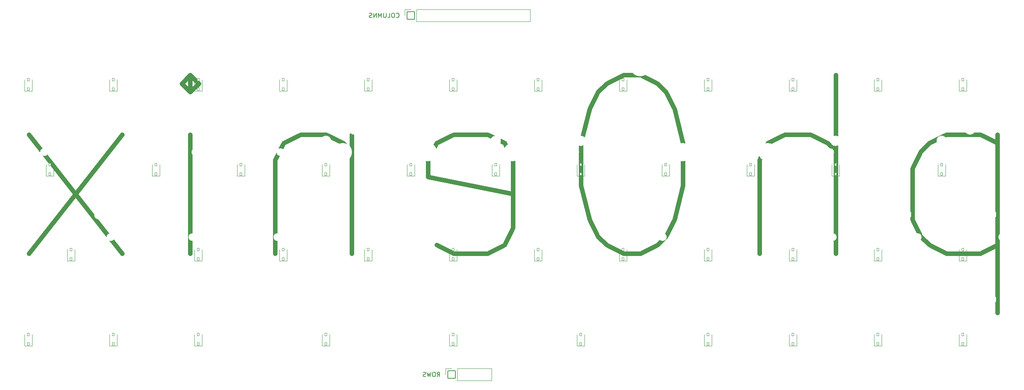
<source format=gbo>
G04 #@! TF.GenerationSoftware,KiCad,Pcbnew,(6.0.2-0)*
G04 #@! TF.CreationDate,2022-03-17T22:57:48+11:00*
G04 #@! TF.ProjectId,keyboard,6b657962-6f61-4726-942e-6b696361645f,rev?*
G04 #@! TF.SameCoordinates,Original*
G04 #@! TF.FileFunction,Legend,Bot*
G04 #@! TF.FilePolarity,Positive*
%FSLAX46Y46*%
G04 Gerber Fmt 4.6, Leading zero omitted, Abs format (unit mm)*
G04 Created by KiCad (PCBNEW (6.0.2-0)) date 2022-03-17 22:57:48*
%MOMM*%
%LPD*%
G01*
G04 APERTURE LIST*
G04 Aperture macros list*
%AMRoundRect*
0 Rectangle with rounded corners*
0 $1 Rounding radius*
0 $2 $3 $4 $5 $6 $7 $8 $9 X,Y pos of 4 corners*
0 Add a 4 corners polygon primitive as box body*
4,1,4,$2,$3,$4,$5,$6,$7,$8,$9,$2,$3,0*
0 Add four circle primitives for the rounded corners*
1,1,$1+$1,$2,$3*
1,1,$1+$1,$4,$5*
1,1,$1+$1,$6,$7*
1,1,$1+$1,$8,$9*
0 Add four rect primitives between the rounded corners*
20,1,$1+$1,$2,$3,$4,$5,0*
20,1,$1+$1,$4,$5,$6,$7,0*
20,1,$1+$1,$6,$7,$8,$9,0*
20,1,$1+$1,$8,$9,$2,$3,0*%
G04 Aperture macros list end*
%ADD10C,1.000000*%
%ADD11C,0.150000*%
%ADD12C,0.120000*%
%ADD13C,1.802000*%
%ADD14C,4.102000*%
%ADD15C,2.302000*%
%ADD16C,3.302000*%
%ADD17C,3.152000*%
%ADD18RoundRect,0.051000X0.225000X-0.300000X0.225000X0.300000X-0.225000X0.300000X-0.225000X-0.300000X0*%
%ADD19RoundRect,0.051000X-0.850000X0.850000X-0.850000X-0.850000X0.850000X-0.850000X0.850000X0.850000X0*%
%ADD20O,1.802000X1.802000*%
G04 APERTURE END LIST*
D10*
X320788666Y-140018571D02*
X320788666Y-180018571D01*
X320788666Y-141923333D02*
X316979142Y-140018571D01*
X309360095Y-140018571D01*
X305550571Y-141923333D01*
X303645809Y-143828095D01*
X301741047Y-147637619D01*
X301741047Y-159066190D01*
X303645809Y-162875714D01*
X305550571Y-164780476D01*
X309360095Y-166685238D01*
X316979142Y-166685238D01*
X320788666Y-164780476D01*
X284598190Y-166685238D02*
X284598190Y-126685238D01*
X267455333Y-166685238D02*
X267455333Y-145732857D01*
X269360095Y-141923333D01*
X273169619Y-140018571D01*
X278883904Y-140018571D01*
X282693428Y-141923333D01*
X284598190Y-143828095D01*
X240788666Y-126685238D02*
X236979142Y-126685238D01*
X233169619Y-128590000D01*
X231264857Y-130494761D01*
X229360095Y-134304285D01*
X227455333Y-141923333D01*
X227455333Y-151447142D01*
X229360095Y-159066190D01*
X231264857Y-162875714D01*
X233169619Y-164780476D01*
X236979142Y-166685238D01*
X240788666Y-166685238D01*
X244598190Y-164780476D01*
X246502952Y-162875714D01*
X248407714Y-159066190D01*
X250312476Y-151447142D01*
X250312476Y-141923333D01*
X248407714Y-134304285D01*
X246502952Y-130494761D01*
X244598190Y-128590000D01*
X240788666Y-126685238D01*
X195074380Y-164780476D02*
X198883904Y-166685238D01*
X206502952Y-166685238D01*
X210312476Y-164780476D01*
X212217238Y-160970952D01*
X212217238Y-145732857D01*
X210312476Y-141923333D01*
X206502952Y-140018571D01*
X198883904Y-140018571D01*
X195074380Y-141923333D01*
X193169619Y-145732857D01*
X193169619Y-149542380D01*
X212217238Y-153351904D01*
X176026761Y-140018571D02*
X176026761Y-166685238D01*
X176026761Y-143828095D02*
X174122000Y-141923333D01*
X170312476Y-140018571D01*
X164598190Y-140018571D01*
X160788666Y-141923333D01*
X158883904Y-145732857D01*
X158883904Y-166685238D01*
X139836285Y-166685238D02*
X139836285Y-140018571D01*
X139836285Y-126685238D02*
X141741047Y-128590000D01*
X139836285Y-130494761D01*
X137931523Y-128590000D01*
X139836285Y-126685238D01*
X139836285Y-130494761D01*
X124598190Y-166685238D02*
X103645809Y-140018571D01*
X124598190Y-140018571D02*
X103645809Y-166685238D01*
D11*
X195146976Y-194254380D02*
X195480309Y-193778190D01*
X195718404Y-194254380D02*
X195718404Y-193254380D01*
X195337452Y-193254380D01*
X195242214Y-193302000D01*
X195194595Y-193349619D01*
X195146976Y-193444857D01*
X195146976Y-193587714D01*
X195194595Y-193682952D01*
X195242214Y-193730571D01*
X195337452Y-193778190D01*
X195718404Y-193778190D01*
X194527928Y-193254380D02*
X194337452Y-193254380D01*
X194242214Y-193302000D01*
X194146976Y-193397238D01*
X194099357Y-193587714D01*
X194099357Y-193921047D01*
X194146976Y-194111523D01*
X194242214Y-194206761D01*
X194337452Y-194254380D01*
X194527928Y-194254380D01*
X194623166Y-194206761D01*
X194718404Y-194111523D01*
X194766023Y-193921047D01*
X194766023Y-193587714D01*
X194718404Y-193397238D01*
X194623166Y-193302000D01*
X194527928Y-193254380D01*
X193766023Y-193254380D02*
X193527928Y-194254380D01*
X193337452Y-193540095D01*
X193146976Y-194254380D01*
X192908880Y-193254380D01*
X192575547Y-194206761D02*
X192432690Y-194254380D01*
X192194595Y-194254380D01*
X192099357Y-194206761D01*
X192051738Y-194159142D01*
X192004119Y-194063904D01*
X192004119Y-193968666D01*
X192051738Y-193873428D01*
X192099357Y-193825809D01*
X192194595Y-193778190D01*
X192385071Y-193730571D01*
X192480309Y-193682952D01*
X192527928Y-193635333D01*
X192575547Y-193540095D01*
X192575547Y-193444857D01*
X192527928Y-193349619D01*
X192480309Y-193302000D01*
X192385071Y-193254380D01*
X192146976Y-193254380D01*
X192004119Y-193302000D01*
X185992976Y-113641142D02*
X186040595Y-113688761D01*
X186183452Y-113736380D01*
X186278690Y-113736380D01*
X186421547Y-113688761D01*
X186516785Y-113593523D01*
X186564404Y-113498285D01*
X186612023Y-113307809D01*
X186612023Y-113164952D01*
X186564404Y-112974476D01*
X186516785Y-112879238D01*
X186421547Y-112784000D01*
X186278690Y-112736380D01*
X186183452Y-112736380D01*
X186040595Y-112784000D01*
X185992976Y-112831619D01*
X185373928Y-112736380D02*
X185183452Y-112736380D01*
X185088214Y-112784000D01*
X184992976Y-112879238D01*
X184945357Y-113069714D01*
X184945357Y-113403047D01*
X184992976Y-113593523D01*
X185088214Y-113688761D01*
X185183452Y-113736380D01*
X185373928Y-113736380D01*
X185469166Y-113688761D01*
X185564404Y-113593523D01*
X185612023Y-113403047D01*
X185612023Y-113069714D01*
X185564404Y-112879238D01*
X185469166Y-112784000D01*
X185373928Y-112736380D01*
X184040595Y-113736380D02*
X184516785Y-113736380D01*
X184516785Y-112736380D01*
X183707261Y-112736380D02*
X183707261Y-113545904D01*
X183659642Y-113641142D01*
X183612023Y-113688761D01*
X183516785Y-113736380D01*
X183326309Y-113736380D01*
X183231071Y-113688761D01*
X183183452Y-113641142D01*
X183135833Y-113545904D01*
X183135833Y-112736380D01*
X182659642Y-113736380D02*
X182659642Y-112736380D01*
X182326309Y-113450666D01*
X181992976Y-112736380D01*
X181992976Y-113736380D01*
X181516785Y-113736380D02*
X181516785Y-112736380D01*
X180945357Y-113736380D01*
X180945357Y-112736380D01*
X180516785Y-113688761D02*
X180373928Y-113736380D01*
X180135833Y-113736380D01*
X180040595Y-113688761D01*
X179992976Y-113641142D01*
X179945357Y-113545904D01*
X179945357Y-113450666D01*
X179992976Y-113355428D01*
X180040595Y-113307809D01*
X180135833Y-113260190D01*
X180326309Y-113212571D01*
X180421547Y-113164952D01*
X180469166Y-113117333D01*
X180516785Y-113022095D01*
X180516785Y-112926857D01*
X180469166Y-112831619D01*
X180421547Y-112784000D01*
X180326309Y-112736380D01*
X180088214Y-112736380D01*
X179945357Y-112784000D01*
D12*
X104355000Y-130230000D02*
X104355000Y-127680000D01*
X102655000Y-130230000D02*
X102655000Y-127680000D01*
X104355000Y-130230000D02*
X102655000Y-130230000D01*
X209130000Y-149280000D02*
X207430000Y-149280000D01*
X207430000Y-149280000D02*
X207430000Y-146730000D01*
X209130000Y-149280000D02*
X209130000Y-146730000D01*
X142455000Y-130230000D02*
X140755000Y-130230000D01*
X142455000Y-130230000D02*
X142455000Y-127680000D01*
X140755000Y-130230000D02*
X140755000Y-127680000D01*
X102655000Y-187380000D02*
X102655000Y-184830000D01*
X104355000Y-187380000D02*
X102655000Y-187380000D01*
X104355000Y-187380000D02*
X104355000Y-184830000D01*
X275805000Y-168330000D02*
X274105000Y-168330000D01*
X275805000Y-168330000D02*
X275805000Y-165780000D01*
X274105000Y-168330000D02*
X274105000Y-165780000D01*
X274105000Y-187380000D02*
X274105000Y-184830000D01*
X275805000Y-187380000D02*
X275805000Y-184830000D01*
X275805000Y-187380000D02*
X274105000Y-187380000D01*
X226480000Y-187380000D02*
X226480000Y-184830000D01*
X228180000Y-187380000D02*
X228180000Y-184830000D01*
X228180000Y-187380000D02*
X226480000Y-187380000D01*
X237705000Y-130230000D02*
X236005000Y-130230000D01*
X236005000Y-130230000D02*
X236005000Y-127680000D01*
X237705000Y-130230000D02*
X237705000Y-127680000D01*
X123405000Y-187380000D02*
X123405000Y-184830000D01*
X123405000Y-187380000D02*
X121705000Y-187380000D01*
X121705000Y-187380000D02*
X121705000Y-184830000D01*
X199654000Y-195132000D02*
X207334000Y-195132000D01*
X199654000Y-192472000D02*
X199654000Y-195132000D01*
X197054000Y-192472000D02*
X197054000Y-193802000D01*
X198384000Y-192472000D02*
X197054000Y-192472000D01*
X207334000Y-192472000D02*
X207334000Y-195132000D01*
X199654000Y-192472000D02*
X207334000Y-192472000D01*
X197905000Y-168330000D02*
X197905000Y-165780000D01*
X199605000Y-168330000D02*
X199605000Y-165780000D01*
X199605000Y-168330000D02*
X197905000Y-168330000D01*
X285330000Y-149280000D02*
X285330000Y-146730000D01*
X283630000Y-149280000D02*
X283630000Y-146730000D01*
X285330000Y-149280000D02*
X283630000Y-149280000D01*
X228180000Y-149280000D02*
X226480000Y-149280000D01*
X228180000Y-149280000D02*
X228180000Y-146730000D01*
X226480000Y-149280000D02*
X226480000Y-146730000D01*
X256755000Y-187380000D02*
X256755000Y-184830000D01*
X256755000Y-187380000D02*
X255055000Y-187380000D01*
X255055000Y-187380000D02*
X255055000Y-184830000D01*
X313905000Y-168330000D02*
X312205000Y-168330000D01*
X312205000Y-168330000D02*
X312205000Y-165780000D01*
X313905000Y-168330000D02*
X313905000Y-165780000D01*
X169330000Y-187380000D02*
X169330000Y-184830000D01*
X171030000Y-187380000D02*
X169330000Y-187380000D01*
X171030000Y-187380000D02*
X171030000Y-184830000D01*
X293155000Y-168330000D02*
X293155000Y-165780000D01*
X294855000Y-168330000D02*
X294855000Y-165780000D01*
X294855000Y-168330000D02*
X293155000Y-168330000D01*
X199605000Y-130230000D02*
X197905000Y-130230000D01*
X197905000Y-130230000D02*
X197905000Y-127680000D01*
X199605000Y-130230000D02*
X199605000Y-127680000D01*
X216955000Y-130230000D02*
X216955000Y-127680000D01*
X218655000Y-130230000D02*
X218655000Y-127680000D01*
X218655000Y-130230000D02*
X216955000Y-130230000D01*
X237705000Y-168330000D02*
X237705000Y-165780000D01*
X237705000Y-168330000D02*
X236005000Y-168330000D01*
X236005000Y-168330000D02*
X236005000Y-165780000D01*
X255055000Y-130230000D02*
X255055000Y-127680000D01*
X256755000Y-130230000D02*
X255055000Y-130230000D01*
X256755000Y-130230000D02*
X256755000Y-127680000D01*
X190500000Y-111954000D02*
X215960000Y-111954000D01*
X190500000Y-114614000D02*
X215960000Y-114614000D01*
X189230000Y-111954000D02*
X187900000Y-111954000D01*
X187900000Y-111954000D02*
X187900000Y-113284000D01*
X215960000Y-111954000D02*
X215960000Y-114614000D01*
X190500000Y-111954000D02*
X190500000Y-114614000D01*
X294855000Y-130230000D02*
X294855000Y-127680000D01*
X294855000Y-130230000D02*
X293155000Y-130230000D01*
X293155000Y-130230000D02*
X293155000Y-127680000D01*
X161505000Y-168330000D02*
X161505000Y-165780000D01*
X159805000Y-168330000D02*
X159805000Y-165780000D01*
X161505000Y-168330000D02*
X159805000Y-168330000D01*
X180555000Y-130230000D02*
X180555000Y-127680000D01*
X180555000Y-130230000D02*
X178855000Y-130230000D01*
X178855000Y-130230000D02*
X178855000Y-127680000D01*
X294855000Y-187380000D02*
X293155000Y-187380000D01*
X294855000Y-187380000D02*
X294855000Y-184830000D01*
X293155000Y-187380000D02*
X293155000Y-184830000D01*
X309142500Y-149280000D02*
X307442500Y-149280000D01*
X309142500Y-149280000D02*
X309142500Y-146730000D01*
X307442500Y-149280000D02*
X307442500Y-146730000D01*
X107417500Y-149280000D02*
X107417500Y-146730000D01*
X109117500Y-149280000D02*
X107417500Y-149280000D01*
X109117500Y-149280000D02*
X109117500Y-146730000D01*
X218655000Y-168330000D02*
X216955000Y-168330000D01*
X218655000Y-168330000D02*
X218655000Y-165780000D01*
X216955000Y-168330000D02*
X216955000Y-165780000D01*
X159805000Y-130230000D02*
X159805000Y-127680000D01*
X161505000Y-130230000D02*
X161505000Y-127680000D01*
X161505000Y-130230000D02*
X159805000Y-130230000D01*
X151980000Y-149280000D02*
X151980000Y-146730000D01*
X151980000Y-149280000D02*
X150280000Y-149280000D01*
X150280000Y-149280000D02*
X150280000Y-146730000D01*
X274105000Y-130230000D02*
X274105000Y-127680000D01*
X275805000Y-130230000D02*
X275805000Y-127680000D01*
X275805000Y-130230000D02*
X274105000Y-130230000D01*
X171030000Y-149280000D02*
X169330000Y-149280000D01*
X169330000Y-149280000D02*
X169330000Y-146730000D01*
X171030000Y-149280000D02*
X171030000Y-146730000D01*
X132930000Y-149280000D02*
X132930000Y-146730000D01*
X132930000Y-149280000D02*
X131230000Y-149280000D01*
X131230000Y-149280000D02*
X131230000Y-146730000D01*
X256755000Y-168330000D02*
X256755000Y-165780000D01*
X255055000Y-168330000D02*
X255055000Y-165780000D01*
X256755000Y-168330000D02*
X255055000Y-168330000D01*
X180555000Y-168330000D02*
X178855000Y-168330000D01*
X180555000Y-168330000D02*
X180555000Y-165780000D01*
X178855000Y-168330000D02*
X178855000Y-165780000D01*
X112180000Y-168330000D02*
X112180000Y-165780000D01*
X113880000Y-168330000D02*
X113880000Y-165780000D01*
X113880000Y-168330000D02*
X112180000Y-168330000D01*
X266280000Y-149280000D02*
X266280000Y-146730000D01*
X266280000Y-149280000D02*
X264580000Y-149280000D01*
X264580000Y-149280000D02*
X264580000Y-146730000D01*
X247230000Y-149280000D02*
X247230000Y-146730000D01*
X245530000Y-149280000D02*
X245530000Y-146730000D01*
X247230000Y-149280000D02*
X245530000Y-149280000D01*
X312205000Y-130230000D02*
X312205000Y-127680000D01*
X313905000Y-130230000D02*
X312205000Y-130230000D01*
X313905000Y-130230000D02*
X313905000Y-127680000D01*
X313905000Y-187380000D02*
X313905000Y-184830000D01*
X313905000Y-187380000D02*
X312205000Y-187380000D01*
X312205000Y-187380000D02*
X312205000Y-184830000D01*
X188380000Y-149280000D02*
X188380000Y-146730000D01*
X190080000Y-149280000D02*
X190080000Y-146730000D01*
X190080000Y-149280000D02*
X188380000Y-149280000D01*
X140755000Y-168330000D02*
X140755000Y-165780000D01*
X142455000Y-168330000D02*
X140755000Y-168330000D01*
X142455000Y-168330000D02*
X142455000Y-165780000D01*
X123405000Y-130230000D02*
X123405000Y-127680000D01*
X121705000Y-130230000D02*
X121705000Y-127680000D01*
X123405000Y-130230000D02*
X121705000Y-130230000D01*
X142455000Y-187380000D02*
X140755000Y-187380000D01*
X142455000Y-187380000D02*
X142455000Y-184830000D01*
X140755000Y-187380000D02*
X140755000Y-184830000D01*
X197905000Y-187380000D02*
X197905000Y-184830000D01*
X199605000Y-187380000D02*
X197905000Y-187380000D01*
X199605000Y-187380000D02*
X199605000Y-184830000D01*
%LPC*%
D13*
X102235000Y-124920000D03*
D14*
X107315000Y-124920000D03*
D13*
X112395000Y-124920000D03*
D15*
X109855000Y-119840000D03*
X103505000Y-122380000D03*
D16*
X99070000Y-143130000D03*
X323950000Y-144280000D03*
D13*
X131445000Y-124920000D03*
D14*
X126365000Y-124920000D03*
D13*
X121285000Y-124920000D03*
D15*
X128905000Y-119840000D03*
X122555000Y-122380000D03*
D13*
X311785000Y-124920000D03*
X321945000Y-124920000D03*
D14*
X316865000Y-124920000D03*
D15*
X319405000Y-119840000D03*
X313055000Y-122380000D03*
D13*
X187960000Y-143970000D03*
D14*
X193040000Y-143970000D03*
D13*
X198120000Y-143970000D03*
D15*
X195580000Y-138890000D03*
X189230000Y-141430000D03*
D13*
X255270000Y-143970000D03*
X245110000Y-143970000D03*
D14*
X250190000Y-143970000D03*
D15*
X252730000Y-138890000D03*
X246380000Y-141430000D03*
D13*
X292735000Y-163020000D03*
D14*
X297815000Y-163020000D03*
D13*
X302895000Y-163020000D03*
D15*
X300355000Y-157940000D03*
X294005000Y-160480000D03*
D14*
X297815000Y-124920000D03*
D13*
X292735000Y-124920000D03*
X302895000Y-124920000D03*
D15*
X300355000Y-119840000D03*
X294005000Y-122380000D03*
D13*
X178435000Y-124920000D03*
X188595000Y-124920000D03*
D14*
X183515000Y-124920000D03*
D15*
X186055000Y-119840000D03*
X179705000Y-122380000D03*
D13*
X254635000Y-163020000D03*
X264795000Y-163020000D03*
D14*
X259715000Y-163020000D03*
D15*
X262255000Y-157940000D03*
X255905000Y-160480000D03*
D13*
X197485000Y-163020000D03*
X207645000Y-163020000D03*
D14*
X202565000Y-163020000D03*
D15*
X205105000Y-157940000D03*
X198755000Y-160480000D03*
D13*
X274320000Y-143970000D03*
X264160000Y-143970000D03*
D14*
X269240000Y-143970000D03*
D15*
X271780000Y-138890000D03*
X265430000Y-141430000D03*
D13*
X226060000Y-182070000D03*
D14*
X243040000Y-190310000D03*
D17*
X243040000Y-175070000D03*
D14*
X231140000Y-182070000D03*
D13*
X236220000Y-182070000D03*
D17*
X219240000Y-175070000D03*
D14*
X219240000Y-190310000D03*
D15*
X233680000Y-176990000D03*
X227330000Y-179530000D03*
D13*
X283845000Y-124920000D03*
X273685000Y-124920000D03*
D14*
X278765000Y-124920000D03*
D15*
X281305000Y-119840000D03*
X274955000Y-122380000D03*
D14*
X231140000Y-143970000D03*
D13*
X236220000Y-143970000D03*
X226060000Y-143970000D03*
D15*
X233680000Y-138890000D03*
X227330000Y-141430000D03*
D13*
X179070000Y-143970000D03*
X168910000Y-143970000D03*
D14*
X173990000Y-143970000D03*
D15*
X176530000Y-138890000D03*
X170180000Y-141430000D03*
D14*
X135890000Y-143970000D03*
D13*
X130810000Y-143970000D03*
X140970000Y-143970000D03*
D15*
X138430000Y-138890000D03*
X132080000Y-141430000D03*
D14*
X112077500Y-143970000D03*
D13*
X106997500Y-143970000D03*
X117157500Y-143970000D03*
D15*
X114617500Y-138890000D03*
X108267500Y-141430000D03*
D14*
X183515000Y-163020000D03*
D13*
X188595000Y-163020000D03*
X178435000Y-163020000D03*
D15*
X186055000Y-157940000D03*
X179705000Y-160480000D03*
D14*
X278765000Y-182070000D03*
D13*
X273685000Y-182070000D03*
X283845000Y-182070000D03*
D15*
X281305000Y-176990000D03*
X274955000Y-179530000D03*
D13*
X150495000Y-124920000D03*
D14*
X145415000Y-124920000D03*
D13*
X140335000Y-124920000D03*
D15*
X147955000Y-119840000D03*
X141605000Y-122380000D03*
D13*
X169545000Y-124920000D03*
D14*
X164465000Y-124920000D03*
D13*
X159385000Y-124920000D03*
D15*
X167005000Y-119840000D03*
X160655000Y-122380000D03*
D14*
X212090000Y-143970000D03*
D13*
X217170000Y-143970000D03*
X207010000Y-143970000D03*
D15*
X214630000Y-138890000D03*
X208280000Y-141430000D03*
D13*
X150495000Y-163020000D03*
X140335000Y-163020000D03*
D14*
X145415000Y-163020000D03*
D15*
X147955000Y-157940000D03*
X141605000Y-160480000D03*
D13*
X283210000Y-143970000D03*
X293370000Y-143970000D03*
D14*
X288290000Y-143970000D03*
D15*
X290830000Y-138890000D03*
X284480000Y-141430000D03*
D13*
X149860000Y-143970000D03*
X160020000Y-143970000D03*
D14*
X154940000Y-143970000D03*
D15*
X157480000Y-138890000D03*
X151130000Y-141430000D03*
D13*
X121920000Y-163020000D03*
D14*
X116840000Y-163020000D03*
D17*
X128740000Y-156020000D03*
X104940000Y-156020000D03*
D14*
X104940000Y-171260000D03*
X128740000Y-171260000D03*
D13*
X111760000Y-163020000D03*
D15*
X119380000Y-157940000D03*
X113030000Y-160480000D03*
D14*
X240665000Y-124920000D03*
D13*
X235585000Y-124920000D03*
X245745000Y-124920000D03*
D15*
X243205000Y-119840000D03*
X236855000Y-122380000D03*
D13*
X216535000Y-163020000D03*
X226695000Y-163020000D03*
D14*
X221615000Y-163020000D03*
D15*
X224155000Y-157940000D03*
X217805000Y-160480000D03*
D14*
X316865000Y-182070000D03*
D13*
X311785000Y-182070000D03*
X321945000Y-182070000D03*
D15*
X319405000Y-176990000D03*
X313055000Y-179530000D03*
D14*
X259715000Y-124920000D03*
D13*
X254635000Y-124920000D03*
X264795000Y-124920000D03*
D15*
X262255000Y-119840000D03*
X255905000Y-122380000D03*
D13*
X321945000Y-163020000D03*
X311785000Y-163020000D03*
D14*
X316865000Y-163020000D03*
D15*
X319405000Y-157940000D03*
X313055000Y-160480000D03*
D13*
X197485000Y-124920000D03*
D14*
X202565000Y-124920000D03*
D13*
X207645000Y-124920000D03*
D15*
X205105000Y-119840000D03*
X198755000Y-122380000D03*
D13*
X159385000Y-163020000D03*
X169545000Y-163020000D03*
D14*
X164465000Y-163020000D03*
D15*
X167005000Y-157940000D03*
X160655000Y-160480000D03*
D13*
X150495000Y-182070000D03*
D14*
X145415000Y-182070000D03*
D13*
X140335000Y-182070000D03*
D15*
X147955000Y-176990000D03*
X141605000Y-179530000D03*
D13*
X317182500Y-143970000D03*
D14*
X312102500Y-143970000D03*
D13*
X307022500Y-143970000D03*
D15*
X314642500Y-138890000D03*
X308292500Y-141430000D03*
D13*
X235585000Y-163020000D03*
X245745000Y-163020000D03*
D14*
X240665000Y-163020000D03*
D15*
X243205000Y-157940000D03*
X236855000Y-160480000D03*
D13*
X283845000Y-163020000D03*
D14*
X278765000Y-163020000D03*
D13*
X273685000Y-163020000D03*
D15*
X281305000Y-157940000D03*
X274955000Y-160480000D03*
D14*
X202565000Y-182070000D03*
D13*
X197485000Y-182070000D03*
X207645000Y-182070000D03*
D15*
X205105000Y-176990000D03*
X198755000Y-179530000D03*
D13*
X254635000Y-182070000D03*
X264795000Y-182070000D03*
D14*
X259715000Y-182070000D03*
D15*
X262255000Y-176990000D03*
X255905000Y-179530000D03*
D13*
X302895000Y-182070000D03*
D14*
X297815000Y-182070000D03*
D13*
X292735000Y-182070000D03*
D15*
X300355000Y-176990000D03*
X294005000Y-179530000D03*
D13*
X112395000Y-182070000D03*
X102235000Y-182070000D03*
D14*
X107315000Y-182070000D03*
D15*
X109855000Y-176990000D03*
X103505000Y-179530000D03*
D14*
X173990000Y-182070000D03*
D17*
X185890000Y-175070000D03*
X162090000Y-175070000D03*
D13*
X168910000Y-182070000D03*
D14*
X162090000Y-190310000D03*
X185890000Y-190310000D03*
D13*
X179070000Y-182070000D03*
D15*
X176530000Y-176990000D03*
X170180000Y-179530000D03*
D14*
X126365000Y-182070000D03*
D13*
X131445000Y-182070000D03*
X121285000Y-182070000D03*
D15*
X128905000Y-176990000D03*
X122555000Y-179530000D03*
D14*
X221615000Y-124920000D03*
D13*
X216535000Y-124920000D03*
X226695000Y-124920000D03*
D15*
X224155000Y-119840000D03*
X217805000Y-122380000D03*
D18*
X103505000Y-129780000D03*
X103505000Y-127680000D03*
X208280000Y-148830000D03*
X208280000Y-146730000D03*
X141605000Y-129780000D03*
X141605000Y-127680000D03*
X103505000Y-186930000D03*
X103505000Y-184830000D03*
X274955000Y-167880000D03*
X274955000Y-165780000D03*
X274955000Y-186930000D03*
X274955000Y-184830000D03*
X227330000Y-186930000D03*
X227330000Y-184830000D03*
X236855000Y-129780000D03*
X236855000Y-127680000D03*
X122555000Y-186930000D03*
X122555000Y-184830000D03*
D19*
X198384000Y-193802000D03*
D20*
X200924000Y-193802000D03*
X203464000Y-193802000D03*
X206004000Y-193802000D03*
D18*
X198755000Y-167880000D03*
X198755000Y-165780000D03*
X284480000Y-148830000D03*
X284480000Y-146730000D03*
X227330000Y-148830000D03*
X227330000Y-146730000D03*
X255905000Y-186930000D03*
X255905000Y-184830000D03*
X313055000Y-167880000D03*
X313055000Y-165780000D03*
X170180000Y-186930000D03*
X170180000Y-184830000D03*
X294005000Y-167880000D03*
X294005000Y-165780000D03*
X198755000Y-129780000D03*
X198755000Y-127680000D03*
X217805000Y-129780000D03*
X217805000Y-127680000D03*
X236855000Y-167880000D03*
X236855000Y-165780000D03*
X255905000Y-129780000D03*
X255905000Y-127680000D03*
D19*
X189230000Y-113284000D03*
D20*
X191770000Y-113284000D03*
X194310000Y-113284000D03*
X196850000Y-113284000D03*
X199390000Y-113284000D03*
X201930000Y-113284000D03*
X204470000Y-113284000D03*
X207010000Y-113284000D03*
X209550000Y-113284000D03*
X212090000Y-113284000D03*
X214630000Y-113284000D03*
D18*
X294005000Y-129780000D03*
X294005000Y-127680000D03*
X160655000Y-167880000D03*
X160655000Y-165780000D03*
X179705000Y-129780000D03*
X179705000Y-127680000D03*
X294005000Y-186930000D03*
X294005000Y-184830000D03*
X308292500Y-148830000D03*
X308292500Y-146730000D03*
X108267500Y-148830000D03*
X108267500Y-146730000D03*
X217805000Y-167880000D03*
X217805000Y-165780000D03*
X160655000Y-129780000D03*
X160655000Y-127680000D03*
X151130000Y-148830000D03*
X151130000Y-146730000D03*
X274955000Y-129780000D03*
X274955000Y-127680000D03*
X170180000Y-148830000D03*
X170180000Y-146730000D03*
X132080000Y-148830000D03*
X132080000Y-146730000D03*
X255905000Y-167880000D03*
X255905000Y-165780000D03*
X179705000Y-167880000D03*
X179705000Y-165780000D03*
X113030000Y-167880000D03*
X113030000Y-165780000D03*
X265430000Y-148830000D03*
X265430000Y-146730000D03*
X246380000Y-148830000D03*
X246380000Y-146730000D03*
X313055000Y-129780000D03*
X313055000Y-127680000D03*
X313055000Y-186930000D03*
X313055000Y-184830000D03*
X189230000Y-148830000D03*
X189230000Y-146730000D03*
X141605000Y-167880000D03*
X141605000Y-165780000D03*
X122555000Y-129780000D03*
X122555000Y-127680000D03*
X141605000Y-186930000D03*
X141605000Y-184830000D03*
X198755000Y-186930000D03*
X198755000Y-184830000D03*
M02*

</source>
